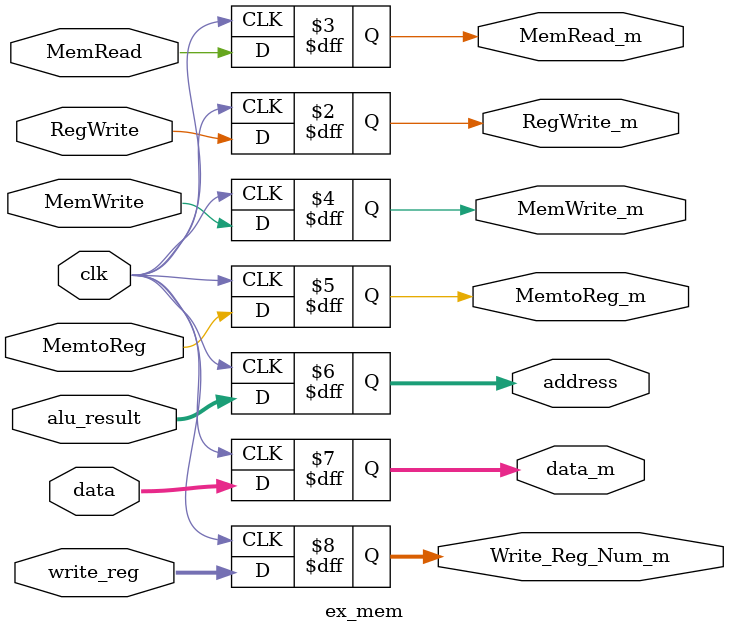
<source format=v>
`timescale 1ns / 1ps
module ex_mem(
input clk,
input RegWrite,
input MemRead,
input MemWrite,
input MemtoReg,
input [31:0]alu_result,
input [31:0]data,
input [4:0]write_reg,
output reg RegWrite_m,
output reg MemRead_m,
output reg MemWrite_m,
output reg MemtoReg_m,
output reg [31:0]address,
output reg [31:0]data_m,
output reg [4:0]Write_Reg_Num_m
    );
    
always @(posedge clk) begin
{RegWrite_m, MemRead_m, MemWrite_m, MemtoReg_m} <= {RegWrite, MemRead, MemWrite, MemtoReg} ;
{address, data_m, Write_Reg_Num_m } <= {alu_result, data, write_reg};
end
endmodule
</source>
